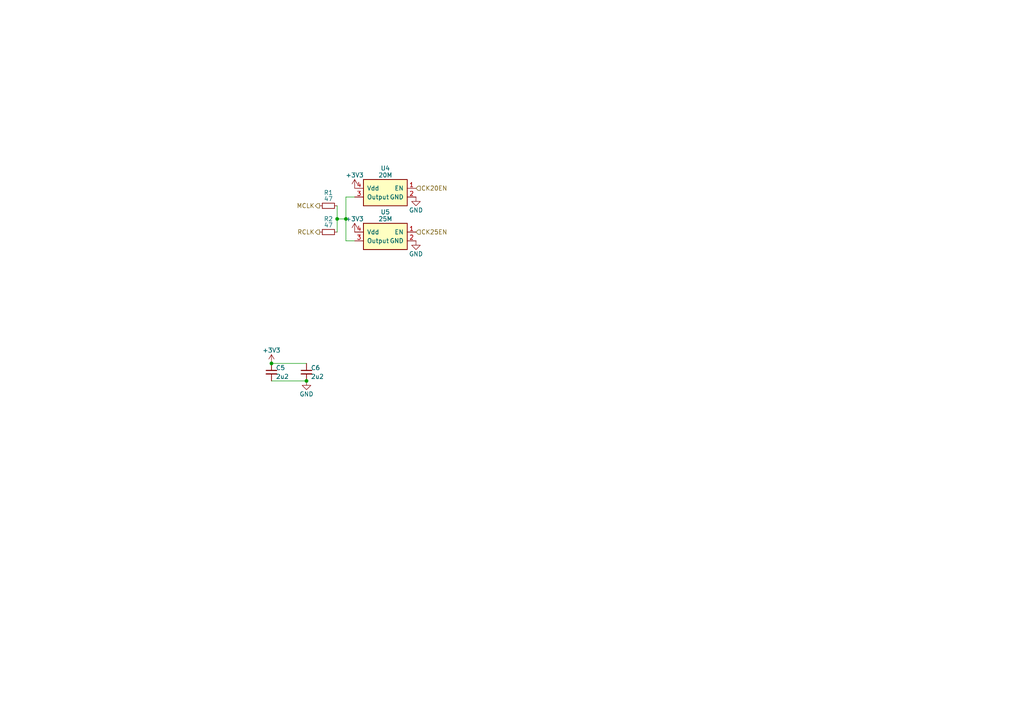
<source format=kicad_sch>
(kicad_sch (version 20211123) (generator eeschema)
  (paper "A4")
  (lib_symbols
    (symbol "Device:C_Small" (pin_numbers hide) (pin_names (offset 0.254) hide)
      (property "Reference" "C" (at 0.254 1.778 0))
      (property "Value" "C_Small" (at 0.254 -2.032 0))
      (symbol "C_Small_0_1"
        (polyline (pts (xy -1.524 -0.508) (xy 1.524 -0.508)) (stroke (width 0.3302)))
        (polyline (pts (xy -1.524 0.508) (xy 1.524 0.508)) (stroke (width 0.3048)))
      )
      (symbol "C_Small_1_1"
        (pin passive line (at 0 2.54 270) (length 2.032) (name "~") (number "1"))
        (pin passive line (at 0 -2.54 90) (length 2.032) (name "~") (number "2"))
      )
    )
    (symbol "Device:R_Small" (pin_numbers hide) (pin_names (offset 0.254) hide)
      (property "Reference" "R" (at 0.762 0.508 0))
      (property "Value" "R_Small" (at 0.762 -1.016 0))
      (symbol "R_Small_0_1"
        (rectangle (start -0.762 1.778) (end 0.762 -1.778) (stroke (width 0.2032)))
      )
      (symbol "R_Small_1_1"
        (pin passive line (at 0 2.54 270) (length 0.762) (name "~") (number "1"))
        (pin passive line (at 0 -2.54 90) (length 0.762) (name "~") (number "2"))
      )
    )
    (symbol "GW_Logic:Oscillator_4P" (pin_names (offset 1.016))
      (property "Reference" "U" (at 0 6.35 0))
      (property "Value" "Oscillator_4P" (at 0 -3.81 0))
      (symbol "Oscillator_4P_0_1"
        (rectangle (start -6.35 5.08) (end 6.35 -2.54) (stroke (width 0.254)) (fill (type background)))
      )
      (symbol "Oscillator_4P_1_1"
        (pin input line (at -8.89 2.54 0) (length 2.54) (name "EN") (number "1"))
        (pin power_in line (at -8.89 0 0) (length 2.54) (name "GND") (number "2"))
        (pin output line (at 8.89 0 180) (length 2.54) (name "Output") (number "3"))
        (pin power_in line (at 8.89 2.54 180) (length 2.54) (name "Vdd") (number "4"))
      )
    )
    (symbol "power:+3V3" (power) (pin_names (offset 0))
      (property "Value" "+3V3" (at 0 3.556 0))
      (symbol "+3V3_0_1"
        (polyline (pts (xy -0.762 1.27) (xy 0 2.54)))
        (polyline (pts (xy 0 0) (xy 0 2.54)))
        (polyline (pts (xy 0 2.54) (xy 0.762 1.27)))
      )
      (symbol "+3V3_1_1"
        (pin power_in line (at 0 0 90) (length 0) hide (name "+3V3") (number "1"))
      )
    )
    (symbol "power:GND" (power) (pin_names (offset 0))
      (property "Value" "GND" (at 0 -3.81 0))
      (symbol "GND_0_1"
        (polyline (pts (xy 0 0) (xy 0 -1.27) (xy 1.27 -1.27) (xy 0 -2.54) (xy -1.27 -1.27) (xy 0 -1.27)))
      )
      (symbol "GND_1_1"
        (pin power_in line (at 0 0 270) (length 0) hide (name "GND") (number "1"))
      )
    )
  )
  (junction (at 97.79 63.5))
  (junction (at 100.33 63.5))
  (junction (at 88.9 110.49))
  (junction (at 78.74 105.41))
  (wire (pts (xy 78.74 110.49) (xy 88.9 110.49)))
  (wire (pts (xy 100.33 69.85) (xy 100.33 63.5)))
  (wire (pts (xy 97.79 63.5) (xy 100.33 63.5)))
  (wire (pts (xy 100.33 57.15) (xy 102.87 57.15)))
  (wire (pts (xy 97.79 67.31) (xy 97.79 63.5)))
  (wire (pts (xy 78.74 105.41) (xy 88.9 105.41)))
  (wire (pts (xy 97.79 63.5) (xy 97.79 59.69)))
  (wire (pts (xy 100.33 63.5) (xy 100.33 57.15)))
  (wire (pts (xy 102.87 69.85) (xy 100.33 69.85)))
  (hierarchical_label "CK25EN" (shape input) (at 120.65 67.31 0))
  (hierarchical_label "RCLK" (shape output) (at 92.71 67.31 180))
  (hierarchical_label "CK20EN" (shape input) (at 120.65 54.61 0))
  (hierarchical_label "MCLK" (shape output) (at 92.71 59.69 180))
  (symbol (lib_id "Device:C_Small") (at 78.74 107.95 0) (unit 1)
    (property "Reference" "C5" (at 80.01 106.68 0) (effects (justify left)))
    (property "Value" "2u2" (at 80.01 109.22 0) (effects (justify left)))
    (property "Footprint" "stdpads:C_0603" (effects hide))
    (property "LCSC Part" "C23630" (effects hide))
  )
  (symbol (lib_id "power:+3V3") (at 78.74 105.41 0) (unit 1)
    (property "Reference" "#PWR0122" (effects hide))
    (property "Value" "+3V3" (at 78.74 101.6 0))
  )
  (symbol (lib_id "Device:C_Small") (at 88.9 107.95 0) (unit 1)
    (property "Reference" "C6" (at 90.17 106.68 0) (effects (justify left)))
    (property "Value" "2u2" (at 90.17 109.22 0) (effects (justify left)))
    (property "Footprint" "stdpads:C_0603" (effects hide))
    (property "LCSC Part" "C23630" (effects hide))
  )
  (symbol (lib_id "power:GND") (at 88.9 110.49 0) (mirror y) (unit 1)
    (property "Reference" "#PWR0123" (effects hide))
    (property "Value" "GND" (at 88.9 114.3 0))
  )
  (symbol (lib_id "Device:R_Small") (at 95.25 59.69 270) (unit 1)
    (property "Reference" "R1" (at 95.25 55.88 90))
    (property "Value" "47" (at 95.25 58.42 90) (effects (justify bottom)))
    (property "Footprint" "stdpads:R_0603" (effects hide))
    (property "LCSC Part" "C23182" (effects hide))
  )
  (symbol (lib_id "Device:R_Small") (at 95.25 67.31 270) (unit 1)
    (property "Reference" "R2" (at 95.25 63.5 90))
    (property "Value" "47" (at 95.25 66.04 90) (effects (justify bottom)))
    (property "Footprint" "stdpads:R_0603" (effects hide))
    (property "LCSC Part" "C23182" (effects hide))
  )
  (symbol (lib_id "power:GND") (at 120.65 57.15 0) (unit 1)
    (property "Reference" "#PWR0113" (effects hide))
    (property "Value" "GND" (at 120.65 60.96 0))
  )
  (symbol (lib_id "power:GND") (at 120.65 69.85 0) (unit 1)
    (property "Reference" "#PWR0114" (effects hide))
    (property "Value" "GND" (at 120.65 73.66 0))
  )
  (symbol (lib_id "power:+3V3") (at 102.87 67.31 0) (unit 1)
    (property "Reference" "#PWR0116" (effects hide))
    (property "Value" "+3V3" (at 102.87 63.5 0))
  )
  (symbol (lib_id "power:+3V3") (at 102.87 54.61 0) (unit 1)
    (property "Reference" "#PWR0117" (effects hide))
    (property "Value" "+3V3" (at 102.87 50.8 0))
  )
  (symbol (lib_id "GW_Logic:Oscillator_4P") (at 111.76 69.85 0) (mirror y) (unit 1)
    (property "Reference" "U5" (at 111.76 62.23 0) (effects (justify bottom)))
    (property "Value" "25M" (at 111.76 63.5 0))
    (property "Footprint" "stdpads:Crystal_SMD_3225-4Pin_3.2x2.5mm" (effects hide))
    (property "LCSC Part" "C32526" (effects hide))
  )
  (symbol (lib_id "GW_Logic:Oscillator_4P") (at 111.76 57.15 0) (mirror y) (unit 1)
    (property "Reference" "U4" (at 111.76 49.53 0) (effects (justify bottom)))
    (property "Value" "20M" (at 111.76 50.8 0))
    (property "Footprint" "stdpads:Crystal_SMD_3225-4Pin_3.2x2.5mm" (effects hide))
    (property "LCSC Part" "C32529" (effects hide))
  )
)
</source>
